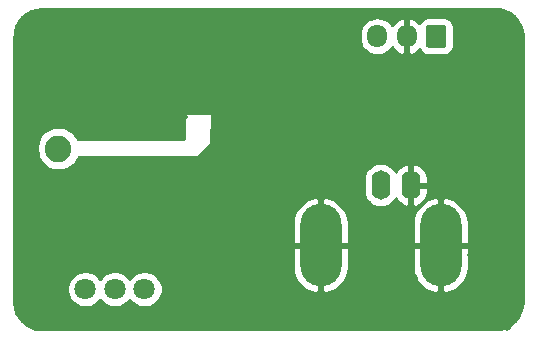
<source format=gbl>
G04 #@! TF.GenerationSoftware,KiCad,Pcbnew,(5.1.5-0)*
G04 #@! TF.CreationDate,2020-06-12T16:12:48+02:00*
G04 #@! TF.ProjectId,Ampli_IMS,416d706c-695f-4494-9d53-2e6b69636164,rev?*
G04 #@! TF.SameCoordinates,Original*
G04 #@! TF.FileFunction,Copper,L2,Bot*
G04 #@! TF.FilePolarity,Positive*
%FSLAX46Y46*%
G04 Gerber Fmt 4.6, Leading zero omitted, Abs format (unit mm)*
G04 Created by KiCad (PCBNEW (5.1.5-0)) date 2020-06-12 16:12:48*
%MOMM*%
%LPD*%
G04 APERTURE LIST*
%ADD10C,2.250000*%
%ADD11C,1.800000*%
%ADD12O,1.700000X1.950000*%
%ADD13C,0.100000*%
%ADD14O,1.600000X2.500000*%
%ADD15O,3.500000X7.000000*%
%ADD16C,0.500000*%
%ADD17C,0.800000*%
%ADD18C,0.254000*%
G04 APERTURE END LIST*
D10*
X29000000Y-34000000D03*
X31540000Y-31460000D03*
X26460000Y-31460000D03*
X26460000Y-36540000D03*
X31540000Y-36540000D03*
D11*
X31300000Y-45900000D03*
X33800000Y-45900000D03*
X36300000Y-45900000D03*
D12*
X56000000Y-24500000D03*
X58500000Y-24500000D03*
G04 #@! TA.AperFunction,ComponentPad*
D13*
G36*
X61624504Y-23526204D02*
G01*
X61648773Y-23529804D01*
X61672571Y-23535765D01*
X61695671Y-23544030D01*
X61717849Y-23554520D01*
X61738893Y-23567133D01*
X61758598Y-23581747D01*
X61776777Y-23598223D01*
X61793253Y-23616402D01*
X61807867Y-23636107D01*
X61820480Y-23657151D01*
X61830970Y-23679329D01*
X61839235Y-23702429D01*
X61845196Y-23726227D01*
X61848796Y-23750496D01*
X61850000Y-23775000D01*
X61850000Y-25225000D01*
X61848796Y-25249504D01*
X61845196Y-25273773D01*
X61839235Y-25297571D01*
X61830970Y-25320671D01*
X61820480Y-25342849D01*
X61807867Y-25363893D01*
X61793253Y-25383598D01*
X61776777Y-25401777D01*
X61758598Y-25418253D01*
X61738893Y-25432867D01*
X61717849Y-25445480D01*
X61695671Y-25455970D01*
X61672571Y-25464235D01*
X61648773Y-25470196D01*
X61624504Y-25473796D01*
X61600000Y-25475000D01*
X60400000Y-25475000D01*
X60375496Y-25473796D01*
X60351227Y-25470196D01*
X60327429Y-25464235D01*
X60304329Y-25455970D01*
X60282151Y-25445480D01*
X60261107Y-25432867D01*
X60241402Y-25418253D01*
X60223223Y-25401777D01*
X60206747Y-25383598D01*
X60192133Y-25363893D01*
X60179520Y-25342849D01*
X60169030Y-25320671D01*
X60160765Y-25297571D01*
X60154804Y-25273773D01*
X60151204Y-25249504D01*
X60150000Y-25225000D01*
X60150000Y-23775000D01*
X60151204Y-23750496D01*
X60154804Y-23726227D01*
X60160765Y-23702429D01*
X60169030Y-23679329D01*
X60179520Y-23657151D01*
X60192133Y-23636107D01*
X60206747Y-23616402D01*
X60223223Y-23598223D01*
X60241402Y-23581747D01*
X60261107Y-23567133D01*
X60282151Y-23554520D01*
X60304329Y-23544030D01*
X60327429Y-23535765D01*
X60351227Y-23529804D01*
X60375496Y-23526204D01*
X60400000Y-23525000D01*
X61600000Y-23525000D01*
X61624504Y-23526204D01*
G37*
G04 #@! TD.AperFunction*
D14*
X58840000Y-37100000D03*
X56300000Y-37100000D03*
D15*
X51220000Y-42180000D03*
X61380000Y-42180000D03*
D16*
X32400000Y-34900000D03*
X33000000Y-34900000D03*
X38500000Y-35000000D03*
X39700000Y-35000000D03*
X40900000Y-34900000D03*
X41800000Y-34100000D03*
D17*
X42000000Y-47000000D03*
X44000000Y-47000000D03*
X40000000Y-47000000D03*
X43000000Y-49000000D03*
X45000000Y-49000000D03*
X41000000Y-49000000D03*
X41000000Y-45000000D03*
X43000000Y-45000000D03*
X39000000Y-45000000D03*
X42000000Y-43000000D03*
X58000000Y-47000000D03*
X60000000Y-47000000D03*
X56000000Y-47000000D03*
X59000000Y-49000000D03*
X61000000Y-49000000D03*
X57000000Y-49000000D03*
X57000000Y-45000000D03*
X59000000Y-45000000D03*
X55000000Y-45000000D03*
X56000000Y-43000000D03*
X58000000Y-43000000D03*
X54000000Y-43000000D03*
X57000000Y-41000000D03*
X55000000Y-41000000D03*
X64000000Y-47000000D03*
X66000000Y-47000000D03*
X62000000Y-47000000D03*
X65000000Y-49000000D03*
X67000000Y-49000000D03*
X63000000Y-49000000D03*
X65000000Y-45000000D03*
X67000000Y-45000000D03*
X66000000Y-43000000D03*
X68000000Y-43000000D03*
X67000000Y-41000000D03*
X65000000Y-41000000D03*
X66000000Y-39000000D03*
X68000000Y-39000000D03*
X58000000Y-39000000D03*
X54000000Y-39000000D03*
X65000000Y-37000000D03*
X67000000Y-37000000D03*
X63000000Y-37000000D03*
X66000000Y-35000000D03*
X68000000Y-35000000D03*
X64000000Y-35000000D03*
X64000000Y-39000000D03*
X61000000Y-37000000D03*
X64000000Y-43000000D03*
X60000000Y-35000000D03*
X62000000Y-35000000D03*
X58000000Y-35000000D03*
X54000000Y-35500000D03*
X47500000Y-37000000D03*
X48500000Y-36000000D03*
X38000000Y-27000000D03*
X34000000Y-27000000D03*
X30000000Y-27000000D03*
X40000000Y-27000000D03*
X36000000Y-27000000D03*
X32000000Y-27000000D03*
X52000000Y-35500000D03*
X50000000Y-35500000D03*
X27000000Y-29000000D03*
X42000000Y-27000000D03*
X46000000Y-27000000D03*
X44000000Y-27000000D03*
X48000000Y-27000000D03*
X47500000Y-32500000D03*
D16*
X31800000Y-34900000D03*
X31800000Y-33000000D03*
X40500000Y-30700000D03*
X35400000Y-33000000D03*
X36000000Y-33000000D03*
X41400000Y-34500000D03*
X39100000Y-35000000D03*
X33600000Y-34900000D03*
X31200000Y-34900000D03*
X30500000Y-35400000D03*
X29000000Y-36150000D03*
X27600000Y-35400000D03*
X26900000Y-34000000D03*
X27500000Y-32600000D03*
X29000000Y-31850000D03*
X30500000Y-32600000D03*
X31200000Y-33000000D03*
X32400000Y-33000000D03*
X36600000Y-33000000D03*
X33000000Y-33000000D03*
X35700000Y-34900000D03*
X37850000Y-35000000D03*
X40300000Y-35000000D03*
X39900000Y-30700000D03*
X41100000Y-30700000D03*
X39700000Y-31300000D03*
X41700000Y-30700000D03*
X39550000Y-33050000D03*
D17*
X45600000Y-34200000D03*
X31000000Y-29000000D03*
X35000000Y-29000000D03*
X43000000Y-41000000D03*
X45000000Y-41000000D03*
X47000000Y-41000000D03*
X44000000Y-43000000D03*
X46000000Y-43000000D03*
X48000000Y-43000000D03*
X45000000Y-45000000D03*
X47000000Y-45000000D03*
X46000000Y-47000000D03*
X48000000Y-47000000D03*
X50000000Y-47000000D03*
X52000000Y-47000000D03*
X54000000Y-47000000D03*
X47000000Y-49000000D03*
X49000000Y-49000000D03*
X51000000Y-49000000D03*
X53000000Y-49000000D03*
X55000000Y-49000000D03*
X28000000Y-27000000D03*
X26000000Y-27000000D03*
X29000000Y-29000000D03*
X33000000Y-29000000D03*
X36000000Y-31000000D03*
X34000000Y-31000000D03*
X44000000Y-35000000D03*
X49000000Y-31500000D03*
X55000000Y-31000000D03*
X50000000Y-32500000D03*
X52000000Y-32500000D03*
X54000000Y-32500000D03*
X57000000Y-27800000D03*
X58000000Y-27000000D03*
X60700000Y-31000000D03*
X62000000Y-31000000D03*
X64000000Y-31000000D03*
X66000000Y-31000000D03*
X67000000Y-33000000D03*
X65000000Y-33000000D03*
X63000000Y-33000000D03*
X61000000Y-33000000D03*
X59000000Y-33000000D03*
X65000000Y-29000000D03*
X67000000Y-29000000D03*
X66000000Y-27000000D03*
X64000000Y-27000000D03*
X65000000Y-25000000D03*
X67000000Y-25000000D03*
X63000000Y-25000000D03*
X64000000Y-23000000D03*
X66000000Y-23000000D03*
X68000000Y-27000000D03*
X68000000Y-31000000D03*
X27000000Y-25000000D03*
X29000000Y-25000000D03*
X31000000Y-25000000D03*
X33000000Y-25000000D03*
X35000000Y-25000000D03*
X37000000Y-25000000D03*
X39000000Y-25000000D03*
X41000000Y-25000000D03*
X43000000Y-25000000D03*
X45000000Y-25000000D03*
X47000000Y-25000000D03*
X49000000Y-25000000D03*
X28000000Y-23000000D03*
X30000000Y-23000000D03*
X32000000Y-23000000D03*
X34000000Y-23000000D03*
X36000000Y-23000000D03*
X38000000Y-23000000D03*
X40000000Y-23000000D03*
X42000000Y-23000000D03*
X44000000Y-23000000D03*
X46000000Y-23000000D03*
X48000000Y-23000000D03*
X50000000Y-23000000D03*
X52000000Y-23000000D03*
X50000000Y-27000000D03*
X51000000Y-25000000D03*
X37000000Y-40500000D03*
X36000000Y-39000000D03*
X35000000Y-41000000D03*
X34000000Y-39000000D03*
X35000000Y-37500000D03*
X37000000Y-37500000D03*
X33000000Y-41000000D03*
X30000000Y-39000000D03*
X34000000Y-43000000D03*
X30000000Y-43000000D03*
X32000000Y-43000000D03*
X32000000Y-39000000D03*
X28000000Y-39000000D03*
X26000000Y-39000000D03*
X27000000Y-41000000D03*
X29000000Y-41000000D03*
X28000000Y-43000000D03*
X26000000Y-43000000D03*
X31000000Y-41000000D03*
X27000000Y-45000000D03*
X29000000Y-45000000D03*
X28000000Y-47000000D03*
X26000000Y-47000000D03*
X27000000Y-49000000D03*
X29000000Y-49000000D03*
X31000000Y-49000000D03*
X33000000Y-49000000D03*
X35000000Y-49000000D03*
X37000000Y-49000000D03*
X39000000Y-49000000D03*
X38000000Y-47000000D03*
D16*
X33600000Y-33000000D03*
X34200000Y-33000000D03*
X34800000Y-33000000D03*
X37200000Y-33000000D03*
X37800000Y-33000000D03*
X40200000Y-30200000D03*
X40800000Y-30200000D03*
X41400000Y-30200000D03*
D17*
X29600000Y-30700000D03*
X28200000Y-30700000D03*
X25600000Y-33400000D03*
X25600000Y-35000000D03*
X28200000Y-37300000D03*
X29600000Y-37300000D03*
X59500000Y-22700000D03*
X57200000Y-22700000D03*
X54100000Y-23000000D03*
X53100000Y-25000000D03*
X43000000Y-30000000D03*
X44500000Y-30000000D03*
X46000000Y-30000000D03*
X47500000Y-30000000D03*
X49000000Y-30000000D03*
X50500000Y-30000000D03*
D18*
G36*
X65855961Y-22185244D02*
G01*
X66373214Y-22218610D01*
X66809237Y-22334553D01*
X67214426Y-22532973D01*
X67573363Y-22806318D01*
X67872369Y-23144175D01*
X68100060Y-23533679D01*
X68247756Y-23959979D01*
X68313518Y-24433344D01*
X68315000Y-24506906D01*
X68315001Y-46966485D01*
X68267688Y-47449016D01*
X68137287Y-47880927D01*
X67925480Y-48279280D01*
X67640325Y-48628914D01*
X67292697Y-48916497D01*
X66895825Y-49131085D01*
X66464834Y-49264500D01*
X65984346Y-49315000D01*
X27633504Y-49315000D01*
X27150984Y-49267688D01*
X26719073Y-49137287D01*
X26320720Y-48925480D01*
X25971086Y-48640325D01*
X25683503Y-48292697D01*
X25468915Y-47895825D01*
X25335500Y-47464834D01*
X25284998Y-46984330D01*
X25284907Y-45748816D01*
X29765000Y-45748816D01*
X29765000Y-46051184D01*
X29823989Y-46347743D01*
X29939701Y-46627095D01*
X30107688Y-46878505D01*
X30321495Y-47092312D01*
X30572905Y-47260299D01*
X30852257Y-47376011D01*
X31148816Y-47435000D01*
X31451184Y-47435000D01*
X31747743Y-47376011D01*
X32027095Y-47260299D01*
X32278505Y-47092312D01*
X32492312Y-46878505D01*
X32550000Y-46792169D01*
X32607688Y-46878505D01*
X32821495Y-47092312D01*
X33072905Y-47260299D01*
X33352257Y-47376011D01*
X33648816Y-47435000D01*
X33951184Y-47435000D01*
X34247743Y-47376011D01*
X34527095Y-47260299D01*
X34778505Y-47092312D01*
X34992312Y-46878505D01*
X35050000Y-46792169D01*
X35107688Y-46878505D01*
X35321495Y-47092312D01*
X35572905Y-47260299D01*
X35852257Y-47376011D01*
X36148816Y-47435000D01*
X36451184Y-47435000D01*
X36747743Y-47376011D01*
X37027095Y-47260299D01*
X37278505Y-47092312D01*
X37492312Y-46878505D01*
X37660299Y-46627095D01*
X37776011Y-46347743D01*
X37835000Y-46051184D01*
X37835000Y-45748816D01*
X37776011Y-45452257D01*
X37660299Y-45172905D01*
X37492312Y-44921495D01*
X37278505Y-44707688D01*
X37027095Y-44539701D01*
X36747743Y-44423989D01*
X36451184Y-44365000D01*
X36148816Y-44365000D01*
X35852257Y-44423989D01*
X35572905Y-44539701D01*
X35321495Y-44707688D01*
X35107688Y-44921495D01*
X35050000Y-45007831D01*
X34992312Y-44921495D01*
X34778505Y-44707688D01*
X34527095Y-44539701D01*
X34247743Y-44423989D01*
X33951184Y-44365000D01*
X33648816Y-44365000D01*
X33352257Y-44423989D01*
X33072905Y-44539701D01*
X32821495Y-44707688D01*
X32607688Y-44921495D01*
X32550000Y-45007831D01*
X32492312Y-44921495D01*
X32278505Y-44707688D01*
X32027095Y-44539701D01*
X31747743Y-44423989D01*
X31451184Y-44365000D01*
X31148816Y-44365000D01*
X30852257Y-44423989D01*
X30572905Y-44539701D01*
X30321495Y-44707688D01*
X30107688Y-44921495D01*
X29939701Y-45172905D01*
X29823989Y-45452257D01*
X29765000Y-45748816D01*
X25284907Y-45748816D01*
X25284652Y-42303000D01*
X48843000Y-42303000D01*
X48843000Y-44053000D01*
X48912669Y-44514366D01*
X49071008Y-44953276D01*
X49311932Y-45352862D01*
X49626182Y-45697768D01*
X50001681Y-45974739D01*
X50423999Y-46173132D01*
X50727168Y-46255348D01*
X51097000Y-46146840D01*
X51097000Y-42303000D01*
X51343000Y-42303000D01*
X51343000Y-46146840D01*
X51712832Y-46255348D01*
X52016001Y-46173132D01*
X52438319Y-45974739D01*
X52813818Y-45697768D01*
X53128068Y-45352862D01*
X53368992Y-44953276D01*
X53527331Y-44514366D01*
X53597000Y-44053000D01*
X53597000Y-42303000D01*
X59003000Y-42303000D01*
X59003000Y-44053000D01*
X59072669Y-44514366D01*
X59231008Y-44953276D01*
X59471932Y-45352862D01*
X59786182Y-45697768D01*
X60161681Y-45974739D01*
X60583999Y-46173132D01*
X60887168Y-46255348D01*
X61257000Y-46146840D01*
X61257000Y-42303000D01*
X61503000Y-42303000D01*
X61503000Y-46146840D01*
X61872832Y-46255348D01*
X62176001Y-46173132D01*
X62598319Y-45974739D01*
X62973818Y-45697768D01*
X63288068Y-45352862D01*
X63528992Y-44953276D01*
X63687331Y-44514366D01*
X63757000Y-44053000D01*
X63757000Y-42303000D01*
X61503000Y-42303000D01*
X61257000Y-42303000D01*
X59003000Y-42303000D01*
X53597000Y-42303000D01*
X51343000Y-42303000D01*
X51097000Y-42303000D01*
X48843000Y-42303000D01*
X25284652Y-42303000D01*
X25284505Y-40307000D01*
X48843000Y-40307000D01*
X48843000Y-42057000D01*
X51097000Y-42057000D01*
X51097000Y-38213160D01*
X51343000Y-38213160D01*
X51343000Y-42057000D01*
X53597000Y-42057000D01*
X53597000Y-40307000D01*
X59003000Y-40307000D01*
X59003000Y-42057000D01*
X61257000Y-42057000D01*
X61257000Y-38213160D01*
X61503000Y-38213160D01*
X61503000Y-42057000D01*
X63757000Y-42057000D01*
X63757000Y-40307000D01*
X63687331Y-39845634D01*
X63528992Y-39406724D01*
X63288068Y-39007138D01*
X62973818Y-38662232D01*
X62598319Y-38385261D01*
X62176001Y-38186868D01*
X61872832Y-38104652D01*
X61503000Y-38213160D01*
X61257000Y-38213160D01*
X60887168Y-38104652D01*
X60583999Y-38186868D01*
X60161681Y-38385261D01*
X59786182Y-38662232D01*
X59471932Y-39007138D01*
X59231008Y-39406724D01*
X59072669Y-39845634D01*
X59003000Y-40307000D01*
X53597000Y-40307000D01*
X53527331Y-39845634D01*
X53368992Y-39406724D01*
X53128068Y-39007138D01*
X52813818Y-38662232D01*
X52438319Y-38385261D01*
X52016001Y-38186868D01*
X51712832Y-38104652D01*
X51343000Y-38213160D01*
X51097000Y-38213160D01*
X50727168Y-38104652D01*
X50423999Y-38186868D01*
X50001681Y-38385261D01*
X49626182Y-38662232D01*
X49311932Y-39007138D01*
X49071008Y-39406724D01*
X48912669Y-39845634D01*
X48843000Y-40307000D01*
X25284505Y-40307000D01*
X25284229Y-36579508D01*
X54865000Y-36579508D01*
X54865000Y-37620491D01*
X54885764Y-37831308D01*
X54967818Y-38101807D01*
X55101068Y-38351100D01*
X55280392Y-38569607D01*
X55498899Y-38748932D01*
X55748192Y-38882182D01*
X56018691Y-38964236D01*
X56300000Y-38991943D01*
X56581308Y-38964236D01*
X56851807Y-38882182D01*
X57101100Y-38748932D01*
X57319607Y-38569608D01*
X57498932Y-38351101D01*
X57567265Y-38223259D01*
X57717399Y-38452839D01*
X57915105Y-38654500D01*
X58148354Y-38813715D01*
X58408182Y-38924367D01*
X58490961Y-38941904D01*
X58713000Y-38819915D01*
X58713000Y-37227000D01*
X58967000Y-37227000D01*
X58967000Y-38819915D01*
X59189039Y-38941904D01*
X59271818Y-38924367D01*
X59531646Y-38813715D01*
X59764895Y-38654500D01*
X59962601Y-38452839D01*
X60117166Y-38216483D01*
X60222650Y-37954514D01*
X60275000Y-37677000D01*
X60275000Y-37227000D01*
X58967000Y-37227000D01*
X58713000Y-37227000D01*
X58693000Y-37227000D01*
X58693000Y-36973000D01*
X58713000Y-36973000D01*
X58713000Y-35380085D01*
X58967000Y-35380085D01*
X58967000Y-36973000D01*
X60275000Y-36973000D01*
X60275000Y-36523000D01*
X60222650Y-36245486D01*
X60117166Y-35983517D01*
X59962601Y-35747161D01*
X59764895Y-35545500D01*
X59531646Y-35386285D01*
X59271818Y-35275633D01*
X59189039Y-35258096D01*
X58967000Y-35380085D01*
X58713000Y-35380085D01*
X58490961Y-35258096D01*
X58408182Y-35275633D01*
X58148354Y-35386285D01*
X57915105Y-35545500D01*
X57717399Y-35747161D01*
X57567265Y-35976741D01*
X57498932Y-35848899D01*
X57319608Y-35630392D01*
X57101101Y-35451068D01*
X56851808Y-35317818D01*
X56581309Y-35235764D01*
X56300000Y-35208057D01*
X56018692Y-35235764D01*
X55748193Y-35317818D01*
X55498900Y-35451068D01*
X55280393Y-35630392D01*
X55101068Y-35848899D01*
X54967818Y-36098192D01*
X54885764Y-36368691D01*
X54865000Y-36579508D01*
X25284229Y-36579508D01*
X25284029Y-33891903D01*
X27173258Y-33891903D01*
X27174114Y-33916785D01*
X27274114Y-34666785D01*
X27276523Y-34679707D01*
X27284691Y-34703225D01*
X27297291Y-34724698D01*
X27697291Y-35274698D01*
X27710197Y-35289803D01*
X28010197Y-35589803D01*
X28030735Y-35606449D01*
X28052833Y-35617917D01*
X28552833Y-35817917D01*
X28575224Y-35824560D01*
X28600000Y-35827000D01*
X29400000Y-35827000D01*
X29423256Y-35824853D01*
X29447167Y-35817917D01*
X29947167Y-35617917D01*
X29970447Y-35605670D01*
X30270447Y-35405670D01*
X30294062Y-35385331D01*
X30308902Y-35365341D01*
X30721907Y-34677000D01*
X40850000Y-34677000D01*
X40874776Y-34674560D01*
X40898601Y-34667333D01*
X40920557Y-34655597D01*
X40939803Y-34639803D01*
X41939803Y-33639803D01*
X41955054Y-33621363D01*
X41966957Y-33599497D01*
X41974366Y-33575729D01*
X41976996Y-33550972D01*
X41995746Y-31100972D01*
X41993310Y-31075224D01*
X41986083Y-31051399D01*
X41974347Y-31029443D01*
X41958553Y-31010197D01*
X41939307Y-30994403D01*
X41917351Y-30982667D01*
X41893526Y-30975440D01*
X41868750Y-30973000D01*
X39750000Y-30973000D01*
X39725224Y-30975440D01*
X39701399Y-30982667D01*
X39679443Y-30994403D01*
X39660197Y-31010197D01*
X39644403Y-31029443D01*
X39632667Y-31051399D01*
X39625440Y-31075224D01*
X39623000Y-31100000D01*
X39623000Y-33223000D01*
X39049811Y-33223000D01*
X30709673Y-33235411D01*
X30147840Y-32556529D01*
X30129388Y-32538371D01*
X30108524Y-32524788D01*
X29458524Y-32187288D01*
X29424776Y-32175440D01*
X29400000Y-32173000D01*
X28600000Y-32173000D01*
X28566456Y-32177510D01*
X28543204Y-32186408D01*
X27743204Y-32586408D01*
X27729332Y-32594477D01*
X27710104Y-32610291D01*
X27694330Y-32629553D01*
X27494330Y-32929553D01*
X27486408Y-32943204D01*
X27286408Y-33343204D01*
X27275466Y-33375093D01*
X27175466Y-33875093D01*
X27173258Y-33891903D01*
X25284029Y-33891903D01*
X25283336Y-24533484D01*
X25306028Y-24302050D01*
X54515000Y-24302050D01*
X54515000Y-24697949D01*
X54536487Y-24916110D01*
X54621401Y-25196033D01*
X54759294Y-25454013D01*
X54944866Y-25680134D01*
X55170986Y-25865706D01*
X55428966Y-26003599D01*
X55708889Y-26088513D01*
X56000000Y-26117185D01*
X56291110Y-26088513D01*
X56571033Y-26003599D01*
X56829013Y-25865706D01*
X57055134Y-25680134D01*
X57240706Y-25454014D01*
X57254462Y-25428278D01*
X57410951Y-25634429D01*
X57628807Y-25827496D01*
X57880142Y-25974352D01*
X58143110Y-26066476D01*
X58373000Y-25945155D01*
X58373000Y-24627000D01*
X58353000Y-24627000D01*
X58353000Y-24373000D01*
X58373000Y-24373000D01*
X58373000Y-23054845D01*
X58627000Y-23054845D01*
X58627000Y-24373000D01*
X58647000Y-24373000D01*
X58647000Y-24627000D01*
X58627000Y-24627000D01*
X58627000Y-25945155D01*
X58856890Y-26066476D01*
X59119858Y-25974352D01*
X59371193Y-25827496D01*
X59589049Y-25634429D01*
X59605286Y-25613039D01*
X59661595Y-25718386D01*
X59772038Y-25852962D01*
X59906614Y-25963405D01*
X60060150Y-26045472D01*
X60226746Y-26096008D01*
X60400000Y-26113072D01*
X61600000Y-26113072D01*
X61773254Y-26096008D01*
X61939850Y-26045472D01*
X62093386Y-25963405D01*
X62227962Y-25852962D01*
X62338405Y-25718386D01*
X62420472Y-25564850D01*
X62471008Y-25398254D01*
X62488072Y-25225000D01*
X62488072Y-23775000D01*
X62471008Y-23601746D01*
X62420472Y-23435150D01*
X62338405Y-23281614D01*
X62227962Y-23147038D01*
X62093386Y-23036595D01*
X61939850Y-22954528D01*
X61773254Y-22903992D01*
X61600000Y-22886928D01*
X60400000Y-22886928D01*
X60226746Y-22903992D01*
X60060150Y-22954528D01*
X59906614Y-23036595D01*
X59772038Y-23147038D01*
X59661595Y-23281614D01*
X59605286Y-23386961D01*
X59589049Y-23365571D01*
X59371193Y-23172504D01*
X59119858Y-23025648D01*
X58856890Y-22933524D01*
X58627000Y-23054845D01*
X58373000Y-23054845D01*
X58143110Y-22933524D01*
X57880142Y-23025648D01*
X57628807Y-23172504D01*
X57410951Y-23365571D01*
X57254462Y-23571722D01*
X57240706Y-23545986D01*
X57055134Y-23319866D01*
X56829014Y-23134294D01*
X56571034Y-22996401D01*
X56291111Y-22911487D01*
X56000000Y-22882815D01*
X55708890Y-22911487D01*
X55428967Y-22996401D01*
X55170987Y-23134294D01*
X54944866Y-23319866D01*
X54759294Y-23545986D01*
X54621401Y-23803966D01*
X54536487Y-24083889D01*
X54515000Y-24302050D01*
X25306028Y-24302050D01*
X25330677Y-24050663D01*
X25461172Y-23618440D01*
X25673136Y-23219794D01*
X25958492Y-22869912D01*
X26306376Y-22582119D01*
X26703532Y-22367378D01*
X27139179Y-22232522D01*
X27540421Y-22185000D01*
X65852548Y-22185000D01*
X65855961Y-22185244D01*
G37*
X65855961Y-22185244D02*
X66373214Y-22218610D01*
X66809237Y-22334553D01*
X67214426Y-22532973D01*
X67573363Y-22806318D01*
X67872369Y-23144175D01*
X68100060Y-23533679D01*
X68247756Y-23959979D01*
X68313518Y-24433344D01*
X68315000Y-24506906D01*
X68315001Y-46966485D01*
X68267688Y-47449016D01*
X68137287Y-47880927D01*
X67925480Y-48279280D01*
X67640325Y-48628914D01*
X67292697Y-48916497D01*
X66895825Y-49131085D01*
X66464834Y-49264500D01*
X65984346Y-49315000D01*
X27633504Y-49315000D01*
X27150984Y-49267688D01*
X26719073Y-49137287D01*
X26320720Y-48925480D01*
X25971086Y-48640325D01*
X25683503Y-48292697D01*
X25468915Y-47895825D01*
X25335500Y-47464834D01*
X25284998Y-46984330D01*
X25284907Y-45748816D01*
X29765000Y-45748816D01*
X29765000Y-46051184D01*
X29823989Y-46347743D01*
X29939701Y-46627095D01*
X30107688Y-46878505D01*
X30321495Y-47092312D01*
X30572905Y-47260299D01*
X30852257Y-47376011D01*
X31148816Y-47435000D01*
X31451184Y-47435000D01*
X31747743Y-47376011D01*
X32027095Y-47260299D01*
X32278505Y-47092312D01*
X32492312Y-46878505D01*
X32550000Y-46792169D01*
X32607688Y-46878505D01*
X32821495Y-47092312D01*
X33072905Y-47260299D01*
X33352257Y-47376011D01*
X33648816Y-47435000D01*
X33951184Y-47435000D01*
X34247743Y-47376011D01*
X34527095Y-47260299D01*
X34778505Y-47092312D01*
X34992312Y-46878505D01*
X35050000Y-46792169D01*
X35107688Y-46878505D01*
X35321495Y-47092312D01*
X35572905Y-47260299D01*
X35852257Y-47376011D01*
X36148816Y-47435000D01*
X36451184Y-47435000D01*
X36747743Y-47376011D01*
X37027095Y-47260299D01*
X37278505Y-47092312D01*
X37492312Y-46878505D01*
X37660299Y-46627095D01*
X37776011Y-46347743D01*
X37835000Y-46051184D01*
X37835000Y-45748816D01*
X37776011Y-45452257D01*
X37660299Y-45172905D01*
X37492312Y-44921495D01*
X37278505Y-44707688D01*
X37027095Y-44539701D01*
X36747743Y-44423989D01*
X36451184Y-44365000D01*
X36148816Y-44365000D01*
X35852257Y-44423989D01*
X35572905Y-44539701D01*
X35321495Y-44707688D01*
X35107688Y-44921495D01*
X35050000Y-45007831D01*
X34992312Y-44921495D01*
X34778505Y-44707688D01*
X34527095Y-44539701D01*
X34247743Y-44423989D01*
X33951184Y-44365000D01*
X33648816Y-44365000D01*
X33352257Y-44423989D01*
X33072905Y-44539701D01*
X32821495Y-44707688D01*
X32607688Y-44921495D01*
X32550000Y-45007831D01*
X32492312Y-44921495D01*
X32278505Y-44707688D01*
X32027095Y-44539701D01*
X31747743Y-44423989D01*
X31451184Y-44365000D01*
X31148816Y-44365000D01*
X30852257Y-44423989D01*
X30572905Y-44539701D01*
X30321495Y-44707688D01*
X30107688Y-44921495D01*
X29939701Y-45172905D01*
X29823989Y-45452257D01*
X29765000Y-45748816D01*
X25284907Y-45748816D01*
X25284652Y-42303000D01*
X48843000Y-42303000D01*
X48843000Y-44053000D01*
X48912669Y-44514366D01*
X49071008Y-44953276D01*
X49311932Y-45352862D01*
X49626182Y-45697768D01*
X50001681Y-45974739D01*
X50423999Y-46173132D01*
X50727168Y-46255348D01*
X51097000Y-46146840D01*
X51097000Y-42303000D01*
X51343000Y-42303000D01*
X51343000Y-46146840D01*
X51712832Y-46255348D01*
X52016001Y-46173132D01*
X52438319Y-45974739D01*
X52813818Y-45697768D01*
X53128068Y-45352862D01*
X53368992Y-44953276D01*
X53527331Y-44514366D01*
X53597000Y-44053000D01*
X53597000Y-42303000D01*
X59003000Y-42303000D01*
X59003000Y-44053000D01*
X59072669Y-44514366D01*
X59231008Y-44953276D01*
X59471932Y-45352862D01*
X59786182Y-45697768D01*
X60161681Y-45974739D01*
X60583999Y-46173132D01*
X60887168Y-46255348D01*
X61257000Y-46146840D01*
X61257000Y-42303000D01*
X61503000Y-42303000D01*
X61503000Y-46146840D01*
X61872832Y-46255348D01*
X62176001Y-46173132D01*
X62598319Y-45974739D01*
X62973818Y-45697768D01*
X63288068Y-45352862D01*
X63528992Y-44953276D01*
X63687331Y-44514366D01*
X63757000Y-44053000D01*
X63757000Y-42303000D01*
X61503000Y-42303000D01*
X61257000Y-42303000D01*
X59003000Y-42303000D01*
X53597000Y-42303000D01*
X51343000Y-42303000D01*
X51097000Y-42303000D01*
X48843000Y-42303000D01*
X25284652Y-42303000D01*
X25284505Y-40307000D01*
X48843000Y-40307000D01*
X48843000Y-42057000D01*
X51097000Y-42057000D01*
X51097000Y-38213160D01*
X51343000Y-38213160D01*
X51343000Y-42057000D01*
X53597000Y-42057000D01*
X53597000Y-40307000D01*
X59003000Y-40307000D01*
X59003000Y-42057000D01*
X61257000Y-42057000D01*
X61257000Y-38213160D01*
X61503000Y-38213160D01*
X61503000Y-42057000D01*
X63757000Y-42057000D01*
X63757000Y-40307000D01*
X63687331Y-39845634D01*
X63528992Y-39406724D01*
X63288068Y-39007138D01*
X62973818Y-38662232D01*
X62598319Y-38385261D01*
X62176001Y-38186868D01*
X61872832Y-38104652D01*
X61503000Y-38213160D01*
X61257000Y-38213160D01*
X60887168Y-38104652D01*
X60583999Y-38186868D01*
X60161681Y-38385261D01*
X59786182Y-38662232D01*
X59471932Y-39007138D01*
X59231008Y-39406724D01*
X59072669Y-39845634D01*
X59003000Y-40307000D01*
X53597000Y-40307000D01*
X53527331Y-39845634D01*
X53368992Y-39406724D01*
X53128068Y-39007138D01*
X52813818Y-38662232D01*
X52438319Y-38385261D01*
X52016001Y-38186868D01*
X51712832Y-38104652D01*
X51343000Y-38213160D01*
X51097000Y-38213160D01*
X50727168Y-38104652D01*
X50423999Y-38186868D01*
X50001681Y-38385261D01*
X49626182Y-38662232D01*
X49311932Y-39007138D01*
X49071008Y-39406724D01*
X48912669Y-39845634D01*
X48843000Y-40307000D01*
X25284505Y-40307000D01*
X25284229Y-36579508D01*
X54865000Y-36579508D01*
X54865000Y-37620491D01*
X54885764Y-37831308D01*
X54967818Y-38101807D01*
X55101068Y-38351100D01*
X55280392Y-38569607D01*
X55498899Y-38748932D01*
X55748192Y-38882182D01*
X56018691Y-38964236D01*
X56300000Y-38991943D01*
X56581308Y-38964236D01*
X56851807Y-38882182D01*
X57101100Y-38748932D01*
X57319607Y-38569608D01*
X57498932Y-38351101D01*
X57567265Y-38223259D01*
X57717399Y-38452839D01*
X57915105Y-38654500D01*
X58148354Y-38813715D01*
X58408182Y-38924367D01*
X58490961Y-38941904D01*
X58713000Y-38819915D01*
X58713000Y-37227000D01*
X58967000Y-37227000D01*
X58967000Y-38819915D01*
X59189039Y-38941904D01*
X59271818Y-38924367D01*
X59531646Y-38813715D01*
X59764895Y-38654500D01*
X59962601Y-38452839D01*
X60117166Y-38216483D01*
X60222650Y-37954514D01*
X60275000Y-37677000D01*
X60275000Y-37227000D01*
X58967000Y-37227000D01*
X58713000Y-37227000D01*
X58693000Y-37227000D01*
X58693000Y-36973000D01*
X58713000Y-36973000D01*
X58713000Y-35380085D01*
X58967000Y-35380085D01*
X58967000Y-36973000D01*
X60275000Y-36973000D01*
X60275000Y-36523000D01*
X60222650Y-36245486D01*
X60117166Y-35983517D01*
X59962601Y-35747161D01*
X59764895Y-35545500D01*
X59531646Y-35386285D01*
X59271818Y-35275633D01*
X59189039Y-35258096D01*
X58967000Y-35380085D01*
X58713000Y-35380085D01*
X58490961Y-35258096D01*
X58408182Y-35275633D01*
X58148354Y-35386285D01*
X57915105Y-35545500D01*
X57717399Y-35747161D01*
X57567265Y-35976741D01*
X57498932Y-35848899D01*
X57319608Y-35630392D01*
X57101101Y-35451068D01*
X56851808Y-35317818D01*
X56581309Y-35235764D01*
X56300000Y-35208057D01*
X56018692Y-35235764D01*
X55748193Y-35317818D01*
X55498900Y-35451068D01*
X55280393Y-35630392D01*
X55101068Y-35848899D01*
X54967818Y-36098192D01*
X54885764Y-36368691D01*
X54865000Y-36579508D01*
X25284229Y-36579508D01*
X25284029Y-33891903D01*
X27173258Y-33891903D01*
X27174114Y-33916785D01*
X27274114Y-34666785D01*
X27276523Y-34679707D01*
X27284691Y-34703225D01*
X27297291Y-34724698D01*
X27697291Y-35274698D01*
X27710197Y-35289803D01*
X28010197Y-35589803D01*
X28030735Y-35606449D01*
X28052833Y-35617917D01*
X28552833Y-35817917D01*
X28575224Y-35824560D01*
X28600000Y-35827000D01*
X29400000Y-35827000D01*
X29423256Y-35824853D01*
X29447167Y-35817917D01*
X29947167Y-35617917D01*
X29970447Y-35605670D01*
X30270447Y-35405670D01*
X30294062Y-35385331D01*
X30308902Y-35365341D01*
X30721907Y-34677000D01*
X40850000Y-34677000D01*
X40874776Y-34674560D01*
X40898601Y-34667333D01*
X40920557Y-34655597D01*
X40939803Y-34639803D01*
X41939803Y-33639803D01*
X41955054Y-33621363D01*
X41966957Y-33599497D01*
X41974366Y-33575729D01*
X41976996Y-33550972D01*
X41995746Y-31100972D01*
X41993310Y-31075224D01*
X41986083Y-31051399D01*
X41974347Y-31029443D01*
X41958553Y-31010197D01*
X41939307Y-30994403D01*
X41917351Y-30982667D01*
X41893526Y-30975440D01*
X41868750Y-30973000D01*
X39750000Y-30973000D01*
X39725224Y-30975440D01*
X39701399Y-30982667D01*
X39679443Y-30994403D01*
X39660197Y-31010197D01*
X39644403Y-31029443D01*
X39632667Y-31051399D01*
X39625440Y-31075224D01*
X39623000Y-31100000D01*
X39623000Y-33223000D01*
X39049811Y-33223000D01*
X30709673Y-33235411D01*
X30147840Y-32556529D01*
X30129388Y-32538371D01*
X30108524Y-32524788D01*
X29458524Y-32187288D01*
X29424776Y-32175440D01*
X29400000Y-32173000D01*
X28600000Y-32173000D01*
X28566456Y-32177510D01*
X28543204Y-32186408D01*
X27743204Y-32586408D01*
X27729332Y-32594477D01*
X27710104Y-32610291D01*
X27694330Y-32629553D01*
X27494330Y-32929553D01*
X27486408Y-32943204D01*
X27286408Y-33343204D01*
X27275466Y-33375093D01*
X27175466Y-33875093D01*
X27173258Y-33891903D01*
X25284029Y-33891903D01*
X25283336Y-24533484D01*
X25306028Y-24302050D01*
X54515000Y-24302050D01*
X54515000Y-24697949D01*
X54536487Y-24916110D01*
X54621401Y-25196033D01*
X54759294Y-25454013D01*
X54944866Y-25680134D01*
X55170986Y-25865706D01*
X55428966Y-26003599D01*
X55708889Y-26088513D01*
X56000000Y-26117185D01*
X56291110Y-26088513D01*
X56571033Y-26003599D01*
X56829013Y-25865706D01*
X57055134Y-25680134D01*
X57240706Y-25454014D01*
X57254462Y-25428278D01*
X57410951Y-25634429D01*
X57628807Y-25827496D01*
X57880142Y-25974352D01*
X58143110Y-26066476D01*
X58373000Y-25945155D01*
X58373000Y-24627000D01*
X58353000Y-24627000D01*
X58353000Y-24373000D01*
X58373000Y-24373000D01*
X58373000Y-23054845D01*
X58627000Y-23054845D01*
X58627000Y-24373000D01*
X58647000Y-24373000D01*
X58647000Y-24627000D01*
X58627000Y-24627000D01*
X58627000Y-25945155D01*
X58856890Y-26066476D01*
X59119858Y-25974352D01*
X59371193Y-25827496D01*
X59589049Y-25634429D01*
X59605286Y-25613039D01*
X59661595Y-25718386D01*
X59772038Y-25852962D01*
X59906614Y-25963405D01*
X60060150Y-26045472D01*
X60226746Y-26096008D01*
X60400000Y-26113072D01*
X61600000Y-26113072D01*
X61773254Y-26096008D01*
X61939850Y-26045472D01*
X62093386Y-25963405D01*
X62227962Y-25852962D01*
X62338405Y-25718386D01*
X62420472Y-25564850D01*
X62471008Y-25398254D01*
X62488072Y-25225000D01*
X62488072Y-23775000D01*
X62471008Y-23601746D01*
X62420472Y-23435150D01*
X62338405Y-23281614D01*
X62227962Y-23147038D01*
X62093386Y-23036595D01*
X61939850Y-22954528D01*
X61773254Y-22903992D01*
X61600000Y-22886928D01*
X60400000Y-22886928D01*
X60226746Y-22903992D01*
X60060150Y-22954528D01*
X59906614Y-23036595D01*
X59772038Y-23147038D01*
X59661595Y-23281614D01*
X59605286Y-23386961D01*
X59589049Y-23365571D01*
X59371193Y-23172504D01*
X59119858Y-23025648D01*
X58856890Y-22933524D01*
X58627000Y-23054845D01*
X58373000Y-23054845D01*
X58143110Y-22933524D01*
X57880142Y-23025648D01*
X57628807Y-23172504D01*
X57410951Y-23365571D01*
X57254462Y-23571722D01*
X57240706Y-23545986D01*
X57055134Y-23319866D01*
X56829014Y-23134294D01*
X56571034Y-22996401D01*
X56291111Y-22911487D01*
X56000000Y-22882815D01*
X55708890Y-22911487D01*
X55428967Y-22996401D01*
X55170987Y-23134294D01*
X54944866Y-23319866D01*
X54759294Y-23545986D01*
X54621401Y-23803966D01*
X54536487Y-24083889D01*
X54515000Y-24302050D01*
X25306028Y-24302050D01*
X25330677Y-24050663D01*
X25461172Y-23618440D01*
X25673136Y-23219794D01*
X25958492Y-22869912D01*
X26306376Y-22582119D01*
X26703532Y-22367378D01*
X27139179Y-22232522D01*
X27540421Y-22185000D01*
X65852548Y-22185000D01*
X65855961Y-22185244D01*
M02*

</source>
